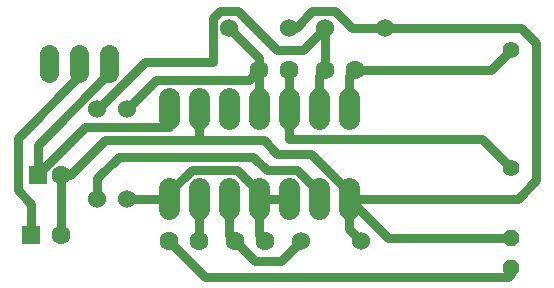
<source format=gbl>
G75*
%MOIN*%
%OFA0B0*%
%FSLAX25Y25*%
%IPPOS*%
%LPD*%
%AMOC8*
5,1,8,0,0,1.08239X$1,22.5*
%
%ADD10C,0.06299*%
%ADD11C,0.07087*%
%ADD12C,0.06299*%
%ADD13C,0.06000*%
%ADD14R,0.06299X0.06299*%
%ADD15C,0.05512*%
%ADD16OC8,0.05200*%
%ADD17C,0.03000*%
D10*
X0032937Y0084787D02*
X0032937Y0091087D01*
X0042937Y0091087D02*
X0042937Y0084787D01*
X0052937Y0084787D02*
X0052937Y0091087D01*
D11*
X0072937Y0076480D02*
X0072937Y0069394D01*
X0082937Y0069394D02*
X0082937Y0076480D01*
X0092937Y0076480D02*
X0092937Y0069394D01*
X0102937Y0069394D02*
X0102937Y0076480D01*
X0112937Y0076480D02*
X0112937Y0069394D01*
X0122937Y0069394D02*
X0122937Y0076480D01*
X0132937Y0076480D02*
X0132937Y0069394D01*
X0132937Y0046480D02*
X0132937Y0039394D01*
X0122937Y0039394D02*
X0122937Y0046480D01*
X0112937Y0046480D02*
X0112937Y0039394D01*
X0102937Y0039394D02*
X0102937Y0046480D01*
X0092937Y0046480D02*
X0092937Y0039394D01*
X0082937Y0039394D02*
X0082937Y0046480D01*
X0072937Y0046480D02*
X0072937Y0039394D01*
D12*
X0072937Y0028937D03*
X0082937Y0028937D03*
X0094937Y0028937D03*
X0104937Y0028937D03*
X0036937Y0030937D03*
X0036874Y0050937D03*
X0102937Y0085937D03*
X0112937Y0085937D03*
X0124937Y0085937D03*
X0134937Y0085937D03*
D13*
X0124937Y0099937D03*
X0112937Y0099937D03*
X0092937Y0099937D03*
X0058937Y0072937D03*
X0048937Y0072937D03*
X0048937Y0042937D03*
X0058937Y0042937D03*
X0116937Y0028937D03*
X0136937Y0028937D03*
X0144937Y0099937D03*
D14*
X0026937Y0030937D03*
X0029000Y0050937D03*
D15*
X0186937Y0053252D03*
X0186937Y0092622D03*
D16*
X0186937Y0029937D03*
X0186937Y0019937D03*
D17*
X0186937Y0017937D01*
X0185937Y0016937D01*
X0084937Y0016937D01*
X0072937Y0028937D01*
X0082937Y0028937D02*
X0082937Y0042937D01*
X0092937Y0042937D02*
X0092937Y0030937D01*
X0094937Y0028937D01*
X0094947Y0028937D01*
X0101597Y0022287D01*
X0110277Y0022287D01*
X0116927Y0028937D01*
X0116937Y0028937D01*
X0104937Y0028937D02*
X0102937Y0030937D01*
X0102937Y0042937D01*
X0112937Y0042937D01*
X0102937Y0042937D02*
X0102937Y0045027D01*
X0095440Y0052524D01*
X0080434Y0052524D01*
X0072937Y0045027D01*
X0072937Y0042937D01*
X0058937Y0042937D01*
X0048937Y0042937D02*
X0048937Y0049715D01*
X0056159Y0056937D01*
X0100937Y0056937D01*
X0105350Y0052524D01*
X0115440Y0052524D01*
X0122937Y0045027D01*
X0122937Y0042937D01*
X0132937Y0042937D02*
X0132937Y0045027D01*
X0120027Y0057937D01*
X0108937Y0057937D01*
X0104350Y0062524D01*
X0082937Y0062524D01*
X0082937Y0072937D01*
X0072937Y0072937D02*
X0072937Y0066937D01*
X0044884Y0066937D01*
X0031224Y0053277D01*
X0031224Y0053161D01*
X0029000Y0050937D01*
X0029000Y0060778D01*
X0052937Y0084715D01*
X0052937Y0087937D01*
X0042937Y0087937D02*
X0042937Y0083798D01*
X0022350Y0063211D01*
X0022350Y0045752D01*
X0026937Y0041165D01*
X0026937Y0030937D01*
X0036874Y0031000D02*
X0036937Y0030937D01*
X0036874Y0031000D02*
X0036874Y0050937D01*
X0039874Y0050937D01*
X0051461Y0062524D01*
X0082937Y0062524D01*
X0102937Y0072937D02*
X0102937Y0085937D01*
X0102937Y0089937D01*
X0092937Y0099937D01*
X0087437Y0103215D02*
X0087437Y0088524D01*
X0064663Y0088524D01*
X0049076Y0072937D01*
X0048937Y0072937D01*
X0058937Y0072937D02*
X0068524Y0082524D01*
X0099524Y0082524D01*
X0102937Y0085937D01*
X0112937Y0085937D02*
X0112937Y0072937D01*
X0112937Y0062937D01*
X0177252Y0062937D01*
X0186937Y0053252D01*
X0195193Y0049075D02*
X0195193Y0094799D01*
X0190055Y0099937D01*
X0144937Y0099937D01*
X0133715Y0099937D01*
X0128215Y0105437D01*
X0120558Y0105437D01*
X0115058Y0099937D01*
X0112937Y0099937D01*
X0117437Y0092437D02*
X0124937Y0099937D01*
X0124937Y0085937D01*
X0122937Y0083937D01*
X0122937Y0072937D01*
X0132937Y0072937D02*
X0132937Y0083937D01*
X0134937Y0085937D01*
X0180252Y0085937D01*
X0186937Y0092622D01*
X0117437Y0092437D02*
X0108659Y0092437D01*
X0095659Y0105437D01*
X0089659Y0105437D01*
X0087437Y0103215D01*
X0189055Y0042937D02*
X0195193Y0049075D01*
X0189055Y0042937D02*
X0132937Y0042937D01*
X0145937Y0029937D01*
X0186937Y0029937D01*
X0136937Y0028937D02*
X0132937Y0032937D01*
X0132937Y0042937D01*
M02*

</source>
